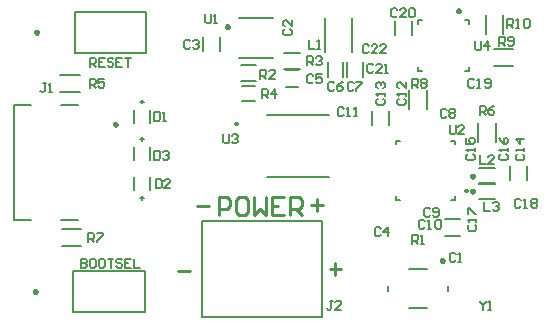
<source format=gto>
%FSTAX23Y23*%
%MOIN*%
%SFA1B1*%

%IPPOS*%
%ADD62C,0.009843*%
%ADD63C,0.007874*%
%ADD64C,0.005000*%
%ADD65C,0.010000*%
%LNpcb-1*%
%LPD*%
G54D62*
X01471Y00425D02*
D01*
X01471Y00425*
X01471Y00425*
X01471Y00426*
X01471Y00426*
X0147Y00426*
X0147Y00427*
X0147Y00427*
X0147Y00427*
X0147Y00427*
X0147Y00428*
X01469Y00428*
X01469Y00428*
X01469Y00428*
X01469Y00429*
X01468Y00429*
X01468Y00429*
X01468Y00429*
X01467Y00429*
X01467Y00429*
X01467Y00429*
X01466Y00429*
X01466Y00429*
X01466*
X01465Y00429*
X01465Y00429*
X01465Y00429*
X01464Y00429*
X01464Y00429*
X01464Y00429*
X01463Y00429*
X01463Y00429*
X01463Y00428*
X01463Y00428*
X01462Y00428*
X01462Y00428*
X01462Y00427*
X01462Y00427*
X01461Y00427*
X01461Y00427*
X01461Y00426*
X01461Y00426*
X01461Y00426*
X01461Y00425*
X01461Y00425*
X01461Y00425*
X01461Y00424*
X01461Y00424*
X01461Y00423*
X01461Y00423*
X01461Y00423*
X01461Y00422*
X01461Y00422*
X01462Y00422*
X01462Y00422*
X01462Y00421*
X01462Y00421*
X01463Y00421*
X01463Y00421*
X01463Y0042*
X01463Y0042*
X01464Y0042*
X01464Y0042*
X01464Y0042*
X01465Y0042*
X01465Y0042*
X01465Y0042*
X01466Y0042*
X01466*
X01466Y0042*
X01467Y0042*
X01467Y0042*
X01467Y0042*
X01468Y0042*
X01468Y0042*
X01468Y0042*
X01469Y0042*
X01469Y00421*
X01469Y00421*
X01469Y00421*
X0147Y00421*
X0147Y00422*
X0147Y00422*
X0147Y00422*
X0147Y00422*
X0147Y00423*
X01471Y00423*
X01471Y00423*
X01471Y00424*
X01471Y00424*
X01471Y00425*
X01424Y01026D02*
D01*
X01424Y01026*
X01424Y01026*
X01424Y01027*
X01423Y01027*
X01423Y01027*
X01423Y01028*
X01423Y01028*
X01423Y01028*
X01423Y01029*
X01422Y01029*
X01422Y01029*
X01422Y01029*
X01422Y0103*
X01421Y0103*
X01421Y0103*
X01421Y0103*
X01421Y0103*
X0142Y0103*
X0142Y0103*
X0142Y0103*
X01419Y01031*
X01419Y01031*
X01419*
X01418Y01031*
X01418Y0103*
X01418Y0103*
X01417Y0103*
X01417Y0103*
X01417Y0103*
X01416Y0103*
X01416Y0103*
X01416Y0103*
X01415Y01029*
X01415Y01029*
X01415Y01029*
X01415Y01029*
X01415Y01028*
X01414Y01028*
X01414Y01028*
X01414Y01027*
X01414Y01027*
X01414Y01027*
X01414Y01026*
X01414Y01026*
X01414Y01026*
X01414Y01025*
X01414Y01025*
X01414Y01025*
X01414Y01024*
X01414Y01024*
X01414Y01024*
X01414Y01023*
X01415Y01023*
X01415Y01023*
X01415Y01022*
X01415Y01022*
X01415Y01022*
X01416Y01022*
X01416Y01022*
X01416Y01021*
X01417Y01021*
X01417Y01021*
X01417Y01021*
X01418Y01021*
X01418Y01021*
X01418Y01021*
X01419Y01021*
X01419*
X01419Y01021*
X0142Y01021*
X0142Y01021*
X0142Y01021*
X01421Y01021*
X01421Y01021*
X01421Y01021*
X01421Y01022*
X01422Y01022*
X01422Y01022*
X01422Y01022*
X01422Y01022*
X01423Y01023*
X01423Y01023*
X01423Y01023*
X01423Y01024*
X01423Y01024*
X01423Y01024*
X01424Y01025*
X01424Y01025*
X01424Y01025*
X01424Y01026*
X00019Y00955D02*
D01*
X00019Y00955*
X00019Y00955*
X00018Y00956*
X00018Y00956*
X00018Y00956*
X00018Y00957*
X00018Y00957*
X00018Y00957*
X00018Y00957*
X00017Y00958*
X00017Y00958*
X00017Y00958*
X00017Y00958*
X00016Y00959*
X00016Y00959*
X00016Y00959*
X00015Y00959*
X00015Y00959*
X00015Y00959*
X00014Y00959*
X00014Y00959*
X00014Y00959*
X00013*
X00013Y00959*
X00013Y00959*
X00012Y00959*
X00012Y00959*
X00012Y00959*
X00011Y00959*
X00011Y00959*
X00011Y00959*
X00011Y00958*
X0001Y00958*
X0001Y00958*
X0001Y00958*
X0001Y00957*
X00009Y00957*
X00009Y00957*
X00009Y00957*
X00009Y00956*
X00009Y00956*
X00009Y00956*
X00009Y00955*
X00009Y00955*
X00009Y00955*
X00009Y00954*
X00009Y00954*
X00009Y00953*
X00009Y00953*
X00009Y00953*
X00009Y00952*
X00009Y00952*
X00009Y00952*
X0001Y00952*
X0001Y00951*
X0001Y00951*
X0001Y00951*
X00011Y00951*
X00011Y0095*
X00011Y0095*
X00011Y0095*
X00012Y0095*
X00012Y0095*
X00012Y0095*
X00013Y0095*
X00013Y0095*
X00013Y0095*
X00014*
X00014Y0095*
X00014Y0095*
X00015Y0095*
X00015Y0095*
X00015Y0095*
X00016Y0095*
X00016Y0095*
X00016Y0095*
X00017Y00951*
X00017Y00951*
X00017Y00951*
X00017Y00951*
X00018Y00952*
X00018Y00952*
X00018Y00952*
X00018Y00952*
X00018Y00953*
X00018Y00953*
X00018Y00953*
X00019Y00954*
X00019Y00954*
X00019Y00955*
X0137Y00193D02*
D01*
X0137Y00193*
X0137Y00194*
X0137Y00194*
X0137Y00194*
X0137Y00195*
X0137Y00195*
X0137Y00195*
X01369Y00196*
X01369Y00196*
X01369Y00196*
X01369Y00196*
X01369Y00197*
X01368Y00197*
X01368Y00197*
X01368Y00197*
X01367Y00197*
X01367Y00198*
X01367Y00198*
X01366Y00198*
X01366Y00198*
X01366Y00198*
X01365Y00198*
X01365*
X01365Y00198*
X01364Y00198*
X01364Y00198*
X01364Y00198*
X01363Y00198*
X01363Y00197*
X01363Y00197*
X01362Y00197*
X01362Y00197*
X01362Y00197*
X01362Y00196*
X01361Y00196*
X01361Y00196*
X01361Y00196*
X01361Y00195*
X01361Y00195*
X01361Y00195*
X0136Y00194*
X0136Y00194*
X0136Y00194*
X0136Y00193*
X0136Y00193*
X0136Y00193*
X0136Y00192*
X0136Y00192*
X0136Y00192*
X01361Y00191*
X01361Y00191*
X01361Y00191*
X01361Y0019*
X01361Y0019*
X01361Y0019*
X01362Y0019*
X01362Y00189*
X01362Y00189*
X01362Y00189*
X01363Y00189*
X01363Y00189*
X01363Y00188*
X01364Y00188*
X01364Y00188*
X01364Y00188*
X01365Y00188*
X01365Y00188*
X01365*
X01366Y00188*
X01366Y00188*
X01366Y00188*
X01367Y00188*
X01367Y00188*
X01367Y00189*
X01368Y00189*
X01368Y00189*
X01368Y00189*
X01369Y00189*
X01369Y0019*
X01369Y0019*
X01369Y0019*
X01369Y0019*
X0137Y00191*
X0137Y00191*
X0137Y00191*
X0137Y00192*
X0137Y00192*
X0137Y00192*
X0137Y00193*
X0137Y00193*
X0028Y00648D02*
D01*
X0028Y00648*
X0028Y00649*
X0028Y00649*
X0028Y00649*
X0028Y0065*
X0028Y0065*
X00279Y0065*
X00279Y00651*
X00279Y00651*
X00279Y00651*
X00279Y00651*
X00278Y00652*
X00278Y00652*
X00278Y00652*
X00278Y00652*
X00277Y00652*
X00277Y00653*
X00277Y00653*
X00276Y00653*
X00276Y00653*
X00276Y00653*
X00275Y00653*
X00275*
X00275Y00653*
X00274Y00653*
X00274Y00653*
X00274Y00653*
X00273Y00653*
X00273Y00652*
X00273Y00652*
X00272Y00652*
X00272Y00652*
X00272Y00652*
X00272Y00651*
X00271Y00651*
X00271Y00651*
X00271Y00651*
X00271Y0065*
X00271Y0065*
X00271Y0065*
X0027Y00649*
X0027Y00649*
X0027Y00649*
X0027Y00648*
X0027Y00648*
X0027Y00648*
X0027Y00647*
X0027Y00647*
X0027Y00647*
X00271Y00646*
X00271Y00646*
X00271Y00646*
X00271Y00645*
X00271Y00645*
X00271Y00645*
X00272Y00645*
X00272Y00644*
X00272Y00644*
X00272Y00644*
X00273Y00644*
X00273Y00644*
X00273Y00643*
X00274Y00643*
X00274Y00643*
X00274Y00643*
X00275Y00643*
X00275Y00643*
X00275*
X00276Y00643*
X00276Y00643*
X00276Y00643*
X00277Y00643*
X00277Y00643*
X00277Y00644*
X00278Y00644*
X00278Y00644*
X00278Y00644*
X00278Y00644*
X00279Y00645*
X00279Y00645*
X00279Y00645*
X00279Y00645*
X00279Y00646*
X0028Y00646*
X0028Y00646*
X0028Y00647*
X0028Y00647*
X0028Y00647*
X0028Y00648*
X0028Y00648*
X00653Y00972D02*
D01*
X00653Y00972*
X00653Y00973*
X00653Y00973*
X00653Y00973*
X00653Y00974*
X00653Y00974*
X00652Y00974*
X00652Y00975*
X00652Y00975*
X00652Y00975*
X00652Y00975*
X00651Y00976*
X00651Y00976*
X00651Y00976*
X00651Y00976*
X0065Y00976*
X0065Y00976*
X0065Y00977*
X00649Y00977*
X00649Y00977*
X00649Y00977*
X00648Y00977*
X00648*
X00648Y00977*
X00647Y00977*
X00647Y00977*
X00647Y00977*
X00646Y00976*
X00646Y00976*
X00646Y00976*
X00645Y00976*
X00645Y00976*
X00645Y00976*
X00645Y00975*
X00644Y00975*
X00644Y00975*
X00644Y00975*
X00644Y00974*
X00644Y00974*
X00643Y00974*
X00643Y00973*
X00643Y00973*
X00643Y00973*
X00643Y00972*
X00643Y00972*
X00643Y00972*
X00643Y00971*
X00643Y00971*
X00643Y00971*
X00643Y0097*
X00644Y0097*
X00644Y0097*
X00644Y00969*
X00644Y00969*
X00644Y00969*
X00645Y00968*
X00645Y00968*
X00645Y00968*
X00645Y00968*
X00646Y00968*
X00646Y00967*
X00646Y00967*
X00647Y00967*
X00647Y00967*
X00647Y00967*
X00648Y00967*
X00648Y00967*
X00648*
X00649Y00967*
X00649Y00967*
X00649Y00967*
X0065Y00967*
X0065Y00967*
X0065Y00967*
X00651Y00968*
X00651Y00968*
X00651Y00968*
X00651Y00968*
X00652Y00968*
X00652Y00969*
X00652Y00969*
X00652Y00969*
X00652Y0097*
X00653Y0097*
X00653Y0097*
X00653Y00971*
X00653Y00971*
X00653Y00971*
X00653Y00972*
X00653Y00972*
X01471Y00475D02*
D01*
X01471Y00475*
X01471Y00475*
X01471Y00476*
X01471Y00476*
X0147Y00476*
X0147Y00477*
X0147Y00477*
X0147Y00477*
X0147Y00477*
X0147Y00478*
X01469Y00478*
X01469Y00478*
X01469Y00478*
X01469Y00479*
X01468Y00479*
X01468Y00479*
X01468Y00479*
X01467Y00479*
X01467Y00479*
X01467Y00479*
X01466Y00479*
X01466Y00479*
X01466*
X01465Y00479*
X01465Y00479*
X01465Y00479*
X01464Y00479*
X01464Y00479*
X01464Y00479*
X01463Y00479*
X01463Y00479*
X01463Y00478*
X01463Y00478*
X01462Y00478*
X01462Y00478*
X01462Y00477*
X01462Y00477*
X01461Y00477*
X01461Y00477*
X01461Y00476*
X01461Y00476*
X01461Y00476*
X01461Y00475*
X01461Y00475*
X01461Y00475*
X01461Y00474*
X01461Y00474*
X01461Y00473*
X01461Y00473*
X01461Y00473*
X01461Y00472*
X01461Y00472*
X01462Y00472*
X01462Y00472*
X01462Y00471*
X01462Y00471*
X01463Y00471*
X01463Y00471*
X01463Y0047*
X01463Y0047*
X01464Y0047*
X01464Y0047*
X01464Y0047*
X01465Y0047*
X01465Y0047*
X01465Y0047*
X01466Y0047*
X01466*
X01466Y0047*
X01467Y0047*
X01467Y0047*
X01467Y0047*
X01468Y0047*
X01468Y0047*
X01468Y0047*
X01469Y0047*
X01469Y00471*
X01469Y00471*
X01469Y00471*
X0147Y00471*
X0147Y00472*
X0147Y00472*
X0147Y00472*
X0147Y00472*
X0147Y00473*
X01471Y00473*
X01471Y00473*
X01471Y00474*
X01471Y00474*
X01471Y00475*
X00014Y0009D02*
D01*
X00014Y0009*
X00014Y0009*
X00013Y00091*
X00013Y00091*
X00013Y00091*
X00013Y00092*
X00013Y00092*
X00013Y00092*
X00013Y00092*
X00012Y00093*
X00012Y00093*
X00012Y00093*
X00012Y00093*
X00011Y00094*
X00011Y00094*
X00011Y00094*
X0001Y00094*
X0001Y00094*
X0001Y00094*
X00009Y00094*
X00009Y00094*
X00009Y00094*
X00008*
X00008Y00094*
X00008Y00094*
X00007Y00094*
X00007Y00094*
X00007Y00094*
X00006Y00094*
X00006Y00094*
X00006Y00094*
X00006Y00093*
X00005Y00093*
X00005Y00093*
X00005Y00093*
X00005Y00092*
X00004Y00092*
X00004Y00092*
X00004Y00092*
X00004Y00091*
X00004Y00091*
X00004Y00091*
X00004Y0009*
X00004Y0009*
X00004Y0009*
X00004Y00089*
X00004Y00089*
X00004Y00088*
X00004Y00088*
X00004Y00088*
X00004Y00087*
X00004Y00087*
X00004Y00087*
X00005Y00087*
X00005Y00086*
X00005Y00086*
X00005Y00086*
X00006Y00086*
X00006Y00085*
X00006Y00085*
X00006Y00085*
X00007Y00085*
X00007Y00085*
X00007Y00085*
X00008Y00085*
X00008Y00085*
X00008Y00085*
X00009*
X00009Y00085*
X00009Y00085*
X0001Y00085*
X0001Y00085*
X0001Y00085*
X00011Y00085*
X00011Y00085*
X00011Y00085*
X00012Y00086*
X00012Y00086*
X00012Y00086*
X00012Y00086*
X00013Y00087*
X00013Y00087*
X00013Y00087*
X00013Y00087*
X00013Y00088*
X00013Y00088*
X00013Y00088*
X00014Y00089*
X00014Y00089*
X00014Y0009*
G54D63*
X00683Y0065D02*
D01*
X00683Y0065*
X00683Y0065*
X00683Y0065*
X00683Y00651*
X00683Y00651*
X00683Y00651*
X00683Y00651*
X00683Y00652*
X00682Y00652*
X00682Y00652*
X00682Y00652*
X00682Y00652*
X00682Y00653*
X00681Y00653*
X00681Y00653*
X00681Y00653*
X00681Y00653*
X0068Y00653*
X0068Y00653*
X0068Y00653*
X0068Y00653*
X00679Y00653*
X00679*
X00679Y00653*
X00679Y00653*
X00678Y00653*
X00678Y00653*
X00678Y00653*
X00677Y00653*
X00677Y00653*
X00677Y00653*
X00677Y00653*
X00677Y00652*
X00676Y00652*
X00676Y00652*
X00676Y00652*
X00676Y00652*
X00676Y00651*
X00676Y00651*
X00675Y00651*
X00675Y00651*
X00675Y0065*
X00675Y0065*
X00675Y0065*
X00675Y0065*
X00675Y00649*
X00675Y00649*
X00675Y00649*
X00675Y00648*
X00675Y00648*
X00676Y00648*
X00676Y00648*
X00676Y00647*
X00676Y00647*
X00676Y00647*
X00676Y00647*
X00677Y00647*
X00677Y00646*
X00677Y00646*
X00677Y00646*
X00677Y00646*
X00678Y00646*
X00678Y00646*
X00678Y00646*
X00679Y00646*
X00679Y00646*
X00679Y00646*
X00679*
X0068Y00646*
X0068Y00646*
X0068Y00646*
X0068Y00646*
X00681Y00646*
X00681Y00646*
X00681Y00646*
X00681Y00646*
X00682Y00646*
X00682Y00647*
X00682Y00647*
X00682Y00647*
X00682Y00647*
X00683Y00647*
X00683Y00648*
X00683Y00648*
X00683Y00648*
X00683Y00648*
X00683Y00649*
X00683Y00649*
X00683Y00649*
X00683Y0065*
X0145Y00426D02*
D01*
X0145Y00426*
X0145Y00426*
X0145Y00426*
X0145Y00427*
X01449Y00427*
X01449Y00427*
X01449Y00427*
X01449Y00428*
X01449Y00428*
X01449Y00428*
X01449Y00428*
X01448Y00429*
X01448Y00429*
X01448Y00429*
X01448Y00429*
X01447Y00429*
X01447Y00429*
X01447Y00429*
X01447Y00429*
X01446Y00429*
X01446Y0043*
X01446Y0043*
X01446*
X01445Y0043*
X01445Y00429*
X01445Y00429*
X01445Y00429*
X01444Y00429*
X01444Y00429*
X01444Y00429*
X01444Y00429*
X01443Y00429*
X01443Y00429*
X01443Y00428*
X01443Y00428*
X01443Y00428*
X01442Y00428*
X01442Y00427*
X01442Y00427*
X01442Y00427*
X01442Y00427*
X01442Y00426*
X01442Y00426*
X01442Y00426*
X01442Y00426*
X01442Y00425*
X01442Y00425*
X01442Y00425*
X01442Y00425*
X01442Y00424*
X01442Y00424*
X01442Y00424*
X01442Y00424*
X01443Y00423*
X01443Y00423*
X01443Y00423*
X01443Y00423*
X01443Y00422*
X01444Y00422*
X01444Y00422*
X01444Y00422*
X01444Y00422*
X01445Y00422*
X01445Y00422*
X01445Y00422*
X01445Y00422*
X01446Y00422*
X01446*
X01446Y00422*
X01446Y00422*
X01447Y00422*
X01447Y00422*
X01447Y00422*
X01447Y00422*
X01448Y00422*
X01448Y00422*
X01448Y00422*
X01448Y00423*
X01449Y00423*
X01449Y00423*
X01449Y00423*
X01449Y00424*
X01449Y00424*
X01449Y00424*
X01449Y00424*
X0145Y00425*
X0145Y00425*
X0145Y00425*
X0145Y00425*
X0145Y00426*
D01*
X0145Y00426*
X0145Y00426*
X0145Y00426*
X0145Y00427*
X01449Y00427*
X01449Y00427*
X01449Y00427*
X01449Y00428*
X01449Y00428*
X01449Y00428*
X01449Y00428*
X01448Y00429*
X01448Y00429*
X01448Y00429*
X01448Y00429*
X01447Y00429*
X01447Y00429*
X01447Y00429*
X01447Y00429*
X01446Y00429*
X01446Y0043*
X01446Y0043*
X01446*
X01445Y0043*
X01445Y00429*
X01445Y00429*
X01445Y00429*
X01444Y00429*
X01444Y00429*
X01444Y00429*
X01444Y00429*
X01443Y00429*
X01443Y00429*
X01443Y00428*
X01443Y00428*
X01443Y00428*
X01442Y00428*
X01442Y00427*
X01442Y00427*
X01442Y00427*
X01442Y00427*
X01442Y00426*
X01442Y00426*
X01442Y00426*
X01442Y00426*
X01442Y00425*
X01442Y00425*
X01442Y00425*
X01442Y00425*
X01442Y00424*
X01442Y00424*
X01442Y00424*
X01442Y00424*
X01443Y00423*
X01443Y00423*
X01443Y00423*
X01443Y00423*
X01443Y00422*
X01444Y00422*
X01444Y00422*
X01444Y00422*
X01444Y00422*
X01445Y00422*
X01445Y00422*
X01445Y00422*
X01445Y00422*
X01446Y00422*
X01446*
X01446Y00422*
X01446Y00422*
X01447Y00422*
X01447Y00422*
X01447Y00422*
X01447Y00422*
X01448Y00422*
X01448Y00422*
X01448Y00422*
X01448Y00423*
X01449Y00423*
X01449Y00423*
X01449Y00423*
X01449Y00424*
X01449Y00424*
X01449Y00424*
X01449Y00424*
X0145Y00425*
X0145Y00425*
X0145Y00425*
X0145Y00425*
X0145Y00426*
X01489Y00398D02*
X0154D01*
X01489Y00451D02*
X0154D01*
X01454Y00825D02*
Y00838D01*
X01441Y00825D02*
X01454D01*
X01285D02*
X01298D01*
X01285D02*
Y00838D01*
Y00981D02*
Y00994D01*
X01298*
X01454Y00981D02*
Y00994D01*
X01441D02*
X01454D01*
X01537Y00898D02*
X01602D01*
X01537Y00841D02*
X01602D01*
X01511Y00947D02*
Y01012D01*
X01568Y00947D02*
Y01012D01*
X01263Y00946D02*
Y00993D01*
X01207Y00946D02*
Y00993D01*
X00141Y01023D02*
X00378D01*
X00141Y00886D02*
Y01023D01*
X00378Y00886D02*
Y01023D01*
X00141Y00886D02*
X00378D01*
X01132Y00646D02*
Y00693D01*
X01188Y00646D02*
Y00693D01*
X01256Y00035D02*
X01313D01*
X01184Y00091D02*
Y00108D01*
X01256Y00164D02*
X01313D01*
X01385Y00091D02*
Y00108D01*
X00975Y00887D02*
Y01002D01*
X01064Y00887D02*
Y01002D01*
X00359Y00401D02*
X0037D01*
X00365Y00395D02*
Y00407D01*
X00391Y00428D02*
Y00471D01*
X00338Y00428D02*
Y00471D01*
X00359Y00598D02*
X0037D01*
X00365Y00592D02*
Y00604D01*
X00338Y00528D02*
Y00571D01*
X00391Y00528D02*
Y00571D01*
X00094Y00711D02*
X00152D01*
X-00061D02*
X-00006D01*
X-00061Y00328D02*
Y00711D01*
X00094Y00328D02*
X00152D01*
X-00061D02*
X-00006D01*
X00565Y00324D02*
X00964D01*
X00564Y00005D02*
X00964D01*
X00564D02*
Y00324D01*
X00964Y00005D02*
Y00324D01*
X00689Y01001D02*
X008D01*
X00689Y00868D02*
X008D01*
X00694Y00846D02*
X00745D01*
X00694Y00793D02*
X00745D01*
X00623Y00891D02*
Y00938D01*
X00567Y00891D02*
Y00938D01*
X00839Y00886D02*
X0089D01*
X00839Y00833D02*
X0089D01*
X00699Y00725D02*
X0074D01*
X00699Y00774D02*
X0074D01*
X01036Y00804D02*
Y00854D01*
X00983Y00804D02*
Y00854D01*
X00843Y00772D02*
X00886D01*
X00843Y00827D02*
X00886D01*
X01101Y00804D02*
Y00855D01*
X01048Y00804D02*
Y00855D01*
X00092Y00813D02*
X00157D01*
X00092Y00756D02*
X00157D01*
X01376Y00276D02*
X01423D01*
X01376Y00332D02*
X01423D01*
X01486Y00587D02*
Y00652D01*
X01543Y00587D02*
Y00652D01*
X00097Y00298D02*
X00162D01*
X00097Y00241D02*
X00162D01*
X00359Y00723D02*
X0037D01*
X00365Y00717D02*
Y00729D01*
X00338Y00653D02*
Y00696D01*
X00391Y00653D02*
Y00696D01*
X01256Y00697D02*
Y00762D01*
X01313Y00697D02*
Y00762D01*
X01489Y00501D02*
X0154D01*
X01489Y00448D02*
X0154D01*
X00136Y00021D02*
X00373D01*
Y00158*
X00136Y00021D02*
Y00158D01*
X00373*
X01648Y00461D02*
Y00508D01*
X01592Y00461D02*
Y00508D01*
G54D64*
X00781Y00678D02*
X00988D01*
X00781Y00471D02*
X00988D01*
X01211Y00593D02*
X01223D01*
X01211Y00396D02*
X01223D01*
X01396Y00593D02*
X01408D01*
X01396Y00396D02*
X01408D01*
X01211Y00581D02*
Y00593D01*
Y00396D02*
Y00408D01*
X01408Y00581D02*
Y00593D01*
Y00396D02*
Y00408D01*
X01475Y00924D02*
Y009D01*
X0148Y00895*
X0149*
X01495Y009*
Y00924*
X01519Y00895D02*
Y00924D01*
X01504Y0091*
X01524*
X01582Y0097D02*
Y00999D01*
X01597*
X01602Y00994*
Y00985*
X01597Y0098*
X01582*
X01592D02*
X01602Y0097D01*
X01612D02*
X01622D01*
X01617*
Y00999*
X01612Y00994*
X01637D02*
X01642Y00999D01*
X01652*
X01657Y00994*
Y00975*
X01652Y0097*
X01642*
X01637Y00975*
Y00994*
X01555Y0091D02*
Y00939D01*
X0157*
X01575Y00934*
Y00925*
X0157Y0092*
X01555*
X01565D02*
X01575Y0091D01*
X01584Y00915D02*
X01589Y0091D01*
X01599*
X01604Y00915*
Y00934*
X01599Y00939*
X01589*
X01584Y00934*
Y00929*
X01589Y00925*
X01604*
X0112Y00909D02*
X01115Y00914D01*
X01105*
X011Y00909*
Y0089*
X01105Y00885*
X01115*
X0112Y0089*
X01149Y00885D02*
X0113D01*
X01149Y00904*
Y00909*
X01144Y00914*
X01135*
X0113Y00909*
X01179Y00885D02*
X01159D01*
X01179Y00904*
Y00909*
X01174Y00914*
X01164*
X01159Y00909*
X01135Y00844D02*
X0113Y00849D01*
X0112*
X01115Y00844*
Y00825*
X0112Y0082*
X0113*
X01135Y00825*
X01164Y0082D02*
X01145D01*
X01164Y00839*
Y00844*
X01159Y00849*
X0115*
X01145Y00844*
X01174Y0082D02*
X01184D01*
X01179*
Y00849*
X01174Y00844*
X01215Y01029D02*
X0121Y01034D01*
X012*
X01195Y01029*
Y0101*
X012Y01005*
X0121*
X01215Y0101*
X01244Y01005D02*
X01225D01*
X01244Y01024*
Y01029*
X01239Y01034*
X0123*
X01225Y01029*
X01254D02*
X01259Y01034D01*
X01269*
X01274Y01029*
Y0101*
X01269Y01005*
X01259*
X01254Y0101*
Y01029*
X01472Y00794D02*
X01467Y00799D01*
X01457*
X01452Y00794*
Y00775*
X01457Y0077*
X01467*
X01472Y00775*
X01482Y0077D02*
X01492D01*
X01487*
Y00799*
X01482Y00794*
X01507Y00775D02*
X01512Y0077D01*
X01522*
X01527Y00775*
Y00794*
X01522Y00799*
X01512*
X01507Y00794*
Y00789*
X01512Y00785*
X01527*
X0149Y00059D02*
Y00054D01*
X015Y00045*
X0151Y00054*
Y00059*
X015Y00045D02*
Y0003D01*
X01519D02*
X01529D01*
X01524*
Y00059*
X01519Y00054*
X00635Y00614D02*
Y0059D01*
X0064Y00585*
X0065*
X00655Y0059*
Y00614*
X00664Y00609D02*
X00669Y00614D01*
X00679*
X00684Y00609*
Y00604*
X00679Y006*
X00674*
X00679*
X00684Y00595*
Y0059*
X00679Y00585*
X00669*
X00664Y0059*
X0139Y00644D02*
Y0062D01*
X01395Y00615*
X01405*
X0141Y0062*
Y00644*
X01439Y00615D02*
X01419D01*
X01439Y00634*
Y00639*
X01434Y00644*
X01424*
X01419Y00639*
X00575Y01014D02*
Y0099D01*
X0058Y00985*
X0059*
X00595Y0099*
Y01014*
X00604Y00985D02*
X00614D01*
X00609*
Y01014*
X00604Y01009*
X0019Y0084D02*
Y00869D01*
X00205*
X0021Y00864*
Y00855*
X00205Y0085*
X0019*
X002D02*
X0021Y0084D01*
X0024Y00869D02*
X0022D01*
Y0084*
X0024*
X0022Y00855D02*
X0023D01*
X00269Y00864D02*
X00264Y00869D01*
X00255*
X0025Y00864*
Y00859*
X00255Y00855*
X00264*
X00269Y0085*
Y00845*
X00264Y0084*
X00255*
X0025Y00845*
X00299Y00869D02*
X00279D01*
Y0084*
X00299*
X00279Y00855D02*
X00289D01*
X00309Y00869D02*
X00329D01*
X00319*
Y0084*
X01265Y0077D02*
Y00799D01*
X0128*
X01285Y00794*
Y00785*
X0128Y0078*
X01265*
X01275D02*
X01285Y0077D01*
X01294Y00794D02*
X01299Y00799D01*
X01309*
X01314Y00794*
Y00789*
X01309Y00785*
X01314Y0078*
Y00775*
X01309Y0077*
X01299*
X01294Y00775*
Y0078*
X01299Y00785*
X01294Y00789*
Y00794*
X01299Y00785D02*
X01309D01*
X00185Y00255D02*
Y00284D01*
X002*
X00205Y00279*
Y0027*
X002Y00265*
X00185*
X00195D02*
X00205Y00255D01*
X00214Y00284D02*
X00234D01*
Y00279*
X00214Y0026*
Y00255*
X0149Y0068D02*
Y00709D01*
X01505*
X0151Y00704*
Y00695*
X01505Y0069*
X0149*
X015D02*
X0151Y0068D01*
X01539Y00709D02*
X01529Y00704D01*
X01519Y00695*
Y00685*
X01524Y0068*
X01534*
X01539Y00685*
Y0069*
X01534Y00695*
X01519*
X0019Y0077D02*
Y00799D01*
X00205*
X0021Y00794*
Y00785*
X00205Y0078*
X0019*
X002D02*
X0021Y0077D01*
X00239Y00799D02*
X00219D01*
Y00785*
X00229Y00789*
X00234*
X00239Y00785*
Y00775*
X00234Y0077*
X00224*
X00219Y00775*
X00765Y00735D02*
Y00764D01*
X0078*
X00785Y00759*
Y0075*
X0078Y00745*
X00765*
X00775D02*
X00785Y00735D01*
X00809D02*
Y00764D01*
X00794Y0075*
X00814*
X00915Y00845D02*
Y00874D01*
X0093*
X00935Y00869*
Y0086*
X0093Y00855*
X00915*
X00925D02*
X00935Y00845D01*
X00944Y00869D02*
X00949Y00874D01*
X00959*
X00964Y00869*
Y00864*
X00959Y0086*
X00954*
X00959*
X00964Y00855*
Y0085*
X00959Y00845*
X00949*
X00944Y0085*
X00759Y00799D02*
Y00829D01*
X00774*
X00779Y00824*
Y00814*
X00774Y00809*
X00759*
X00769D02*
X00779Y00799D01*
X00809D02*
X00789D01*
X00809Y00819*
Y00824*
X00804Y00829*
X00794*
X00789Y00824*
X01265Y0025D02*
Y00279D01*
X0128*
X01285Y00274*
Y00265*
X0128Y0026*
X01265*
X01275D02*
X01285Y0025D01*
X01294D02*
X01304D01*
X01299*
Y00279*
X01294Y00274*
X01505Y00389D02*
Y0036D01*
X01525*
X01534Y00384D02*
X01539Y00389D01*
X01549*
X01554Y00384*
Y00379*
X01549Y00375*
X01544*
X01549*
X01554Y0037*
Y00365*
X01549Y0036*
X01539*
X01534Y00365*
X0149Y00544D02*
Y00515D01*
X0151*
X01539D02*
X01519D01*
X01539Y00534*
Y00539*
X01534Y00544*
X01524*
X01519Y00539*
X0092Y00929D02*
Y009D01*
X0094*
X00949D02*
X00959D01*
X00954*
Y00929*
X00949Y00924*
X01Y00059D02*
X0099D01*
X00995*
Y00035*
X0099Y0003*
X00985*
X0098Y00035*
X01029Y0003D02*
X01009D01*
X01029Y00049*
Y00054*
X01024Y00059*
X01014*
X01009Y00054*
X00045Y00784D02*
X00035D01*
X0004*
Y0076*
X00035Y00755*
X0003*
X00025Y0076*
X00054Y00755D02*
X00064D01*
X00059*
Y00784*
X00054Y00779*
X00405Y00559D02*
Y0053D01*
X0042*
X00425Y00535*
Y00554*
X0042Y00559*
X00405*
X00434Y00554D02*
X00439Y00559D01*
X00449*
X00454Y00554*
Y00549*
X00449Y00545*
X00444*
X00449*
X00454Y0054*
Y00535*
X00449Y0053*
X00439*
X00434Y00535*
X0041Y00464D02*
Y00435D01*
X00425*
X0043Y0044*
Y00459*
X00425Y00464*
X0041*
X00459Y00435D02*
X00439D01*
X00459Y00454*
Y00459*
X00454Y00464*
X00444*
X00439Y00459*
X00405Y00689D02*
Y0066D01*
X0042*
X00425Y00665*
Y00684*
X0042Y00689*
X00405*
X00434Y0066D02*
X00444D01*
X00439*
Y00689*
X00434Y00684*
X01627Y00394D02*
X01622Y00399D01*
X01612*
X01607Y00394*
Y00375*
X01612Y0037*
X01622*
X01627Y00375*
X01637Y0037D02*
X01647D01*
X01642*
Y00399*
X01637Y00394*
X01662D02*
X01667Y00399D01*
X01677*
X01682Y00394*
Y00389*
X01677Y00385*
X01682Y0038*
Y00375*
X01677Y0037*
X01667*
X01662Y00375*
Y0038*
X01667Y00385*
X01662Y00389*
Y00394*
X01667Y00385D02*
X01677D01*
X01455Y00312D02*
X0145Y00307D01*
Y00297*
X01455Y00292*
X01474*
X01479Y00297*
Y00307*
X01474Y00312*
X01479Y00322D02*
Y00332D01*
Y00327*
X0145*
X01455Y00322*
X0145Y00347D02*
Y00367D01*
X01455*
X01474Y00347*
X01479*
X0156Y00547D02*
X01555Y00542D01*
Y00532*
X0156Y00527*
X01579*
X01584Y00532*
Y00542*
X01579Y00547*
X01584Y00557D02*
Y00567D01*
Y00562*
X01555*
X0156Y00557*
X01555Y00602D02*
X0156Y00592D01*
X0157Y00582*
X01579*
X01584Y00587*
Y00597*
X01579Y00602*
X01574*
X0157Y00597*
Y00582*
X0145Y00547D02*
X01445Y00542D01*
Y00532*
X0145Y00527*
X01469*
X01474Y00532*
Y00542*
X01469Y00547*
X01474Y00557D02*
Y00567D01*
Y00562*
X01445*
X0145Y00557*
X01445Y00602D02*
Y00582D01*
X0146*
X01455Y00592*
Y00597*
X0146Y00602*
X01469*
X01474Y00597*
Y00587*
X01469Y00582*
X01615Y00547D02*
X0161Y00542D01*
Y00532*
X01615Y00527*
X01634*
X01639Y00532*
Y00542*
X01634Y00547*
X01639Y00557D02*
Y00567D01*
Y00562*
X0161*
X01615Y00557*
X01639Y00597D02*
X0161D01*
X01625Y00582*
Y00602*
X0115Y00732D02*
X01145Y00727D01*
Y00717*
X0115Y00712*
X01169*
X01174Y00717*
Y00727*
X01169Y00732*
X01174Y00742D02*
Y00752D01*
Y00747*
X01145*
X0115Y00742*
Y00767D02*
X01145Y00772D01*
Y00782*
X0115Y00787*
X01155*
X0116Y00782*
Y00777*
Y00782*
X01164Y00787*
X01169*
X01174Y00782*
Y00772*
X01169Y00767*
X0122Y00732D02*
X01215Y00727D01*
Y00717*
X0122Y00712*
X01239*
X01244Y00717*
Y00727*
X01239Y00732*
X01244Y00742D02*
Y00752D01*
Y00747*
X01215*
X0122Y00742*
X01244Y00787D02*
Y00767D01*
X01225Y00787*
X0122*
X01215Y00782*
Y00772*
X0122Y00767*
X01037Y00699D02*
X01032Y00704D01*
X01022*
X01017Y00699*
Y0068*
X01022Y00675*
X01032*
X01037Y0068*
X01047Y00675D02*
X01057D01*
X01052*
Y00704*
X01047Y00699*
X01072Y00675D02*
X01082D01*
X01077*
Y00704*
X01072Y00699*
X01307Y00324D02*
X01302Y00329D01*
X01292*
X01287Y00324*
Y00305*
X01292Y003*
X01302*
X01307Y00305*
X01317Y003D02*
X01327D01*
X01322*
Y00329*
X01317Y00324*
X01342D02*
X01347Y00329D01*
X01357*
X01362Y00324*
Y00305*
X01357Y003*
X01347*
X01342Y00305*
Y00324*
X01325Y00364D02*
X0132Y00369D01*
X0131*
X01305Y00364*
Y00345*
X0131Y0034*
X0132*
X01325Y00345*
X01334D02*
X01339Y0034D01*
X01349*
X01354Y00345*
Y00364*
X01349Y00369*
X01339*
X01334Y00364*
Y00359*
X01339Y00355*
X01354*
X0138Y00694D02*
X01375Y00699D01*
X01365*
X0136Y00694*
Y00675*
X01365Y0067*
X01375*
X0138Y00675*
X01389Y00694D02*
X01394Y00699D01*
X01404*
X01409Y00694*
Y00689*
X01404Y00685*
X01409Y0068*
Y00675*
X01404Y0067*
X01394*
X01389Y00675*
Y0068*
X01394Y00685*
X01389Y00689*
Y00694*
X01394Y00685D02*
X01404D01*
X0107Y00784D02*
X01065Y00789D01*
X01055*
X0105Y00784*
Y00765*
X01055Y0076*
X01065*
X0107Y00765*
X01079Y00789D02*
X01099D01*
Y00784*
X01079Y00765*
Y0076*
X01005Y00784D02*
X01Y00789D01*
X0099*
X00985Y00784*
Y00765*
X0099Y0076*
X01*
X01005Y00765*
X01034Y00789D02*
X01024Y00784D01*
X01014Y00775*
Y00765*
X01019Y0076*
X01029*
X01034Y00765*
Y0077*
X01029Y00775*
X01014*
X00935Y00809D02*
X0093Y00814D01*
X0092*
X00915Y00809*
Y0079*
X0092Y00785*
X0093*
X00935Y0079*
X00964Y00814D02*
X00944D01*
Y008*
X00954Y00804*
X00959*
X00964Y008*
Y0079*
X00959Y00785*
X00949*
X00944Y0079*
X0116Y00299D02*
X01155Y00304D01*
X01145*
X0114Y00299*
Y0028*
X01145Y00275*
X01155*
X0116Y0028*
X01184Y00275D02*
Y00304D01*
X01169Y0029*
X01189*
X00525Y00924D02*
X0052Y00929D01*
X0051*
X00505Y00924*
Y00905*
X0051Y009*
X0052*
X00525Y00905*
X00534Y00924D02*
X00539Y00929D01*
X00549*
X00554Y00924*
Y00919*
X00549Y00915*
X00544*
X00549*
X00554Y0091*
Y00905*
X00549Y009*
X00539*
X00534Y00905*
X0084Y00965D02*
X00835Y0096D01*
Y0095*
X0084Y00945*
X00859*
X00864Y0095*
Y0096*
X00859Y00965*
X00864Y00994D02*
Y00974D01*
X00845Y00994*
X0084*
X00835Y00989*
Y00979*
X0084Y00974*
X0141Y00214D02*
X01405Y00219D01*
X01395*
X0139Y00214*
Y00195*
X01395Y0019*
X01405*
X0141Y00195*
X01419Y0019D02*
X01429D01*
X01424*
Y00219*
X01419Y00214*
X0016Y00199D02*
Y0017D01*
X00175*
X0018Y00175*
Y0018*
X00175Y00185*
X0016*
X00175*
X0018Y00189*
Y00194*
X00175Y00199*
X0016*
X00205D02*
X00195D01*
X0019Y00194*
Y00175*
X00195Y0017*
X00205*
X0021Y00175*
Y00194*
X00205Y00199*
X00235D02*
X00225D01*
X0022Y00194*
Y00175*
X00225Y0017*
X00235*
X0024Y00175*
Y00194*
X00235Y00199*
X0025D02*
X00269D01*
X0026*
Y0017*
X00299Y00194D02*
X00294Y00199D01*
X00284*
X00279Y00194*
Y00189*
X00284Y00185*
X00294*
X00299Y0018*
Y00175*
X00294Y0017*
X00284*
X00279Y00175*
X00329Y00199D02*
X00309D01*
Y0017*
X00329*
X00309Y00185D02*
X00319D01*
X00339Y00199D02*
Y0017D01*
X00359*
G54D65*
X00547Y00374D02*
X00587D01*
X00929Y00377D02*
X00969D01*
X00949Y00397D02*
Y00357D01*
X0062Y00345D02*
Y00404D01*
X00649*
X00659Y00394*
Y00374*
X00649Y00364*
X0062*
X00709Y00404D02*
X00689D01*
X00679Y00394*
Y00354*
X00689Y00345*
X00709*
X00719Y00354*
Y00394*
X00709Y00404*
X00739D02*
Y00345D01*
X00759Y00364*
X00779Y00345*
Y00404*
X00839D02*
X00799D01*
Y00345*
X00839*
X00799Y00374D02*
X00819D01*
X00859Y00345D02*
Y00404D01*
X00889*
X00899Y00394*
Y00374*
X00889Y00364*
X00859*
X00879D02*
X00899Y00345D01*
X00485Y0016D02*
X00524D01*
X0099Y00164D02*
X01029D01*
X01009Y00184D02*
Y00145D01*
M02*
</source>
